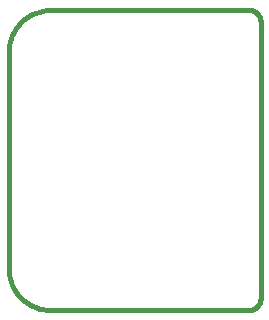
<source format=gbr>
G04 (created by PCBNEW-RS274X (2011-05-25)-stable) date Fri 14 Sep 2012 10:37:43 PM EDT*
G01*
G70*
G90*
%MOIN*%
G04 Gerber Fmt 3.4, Leading zero omitted, Abs format*
%FSLAX34Y34*%
G04 APERTURE LIST*
%ADD10C,0.006000*%
%ADD11C,0.015000*%
G04 APERTURE END LIST*
G54D10*
G54D11*
X60000Y-45100D02*
X66500Y-45100D01*
X66900Y-35500D02*
X66900Y-44700D01*
X60000Y-35100D02*
X66500Y-35100D01*
X66900Y-35500D02*
X66898Y-35466D01*
X66893Y-35431D01*
X66886Y-35397D01*
X66875Y-35364D01*
X66862Y-35331D01*
X66846Y-35301D01*
X66827Y-35271D01*
X66806Y-35243D01*
X66782Y-35218D01*
X66757Y-35194D01*
X66729Y-35173D01*
X66700Y-35154D01*
X66669Y-35138D01*
X66636Y-35125D01*
X66603Y-35114D01*
X66569Y-35107D01*
X66534Y-35102D01*
X66500Y-35100D01*
X66500Y-45100D02*
X66534Y-45098D01*
X66569Y-45093D01*
X66603Y-45086D01*
X66636Y-45075D01*
X66669Y-45062D01*
X66700Y-45046D01*
X66729Y-45027D01*
X66757Y-45006D01*
X66782Y-44982D01*
X66806Y-44957D01*
X66827Y-44929D01*
X66846Y-44899D01*
X66862Y-44869D01*
X66875Y-44836D01*
X66886Y-44803D01*
X66893Y-44769D01*
X66898Y-44734D01*
X66900Y-44700D01*
X58500Y-43800D02*
X58500Y-36400D01*
X58501Y-43800D02*
X58515Y-43921D01*
X58540Y-44041D01*
X58575Y-44159D01*
X58620Y-44272D01*
X58675Y-44382D01*
X58739Y-44486D01*
X58812Y-44584D01*
X58893Y-44676D01*
X58982Y-44760D01*
X59078Y-44836D01*
X59180Y-44903D01*
X59288Y-44962D01*
X59400Y-45010D01*
X59516Y-45049D01*
X59635Y-45077D01*
X59756Y-45095D01*
X59878Y-45102D01*
X60000Y-45099D01*
X60000Y-35101D02*
X59878Y-35098D01*
X59756Y-35105D01*
X59635Y-35123D01*
X59516Y-35151D01*
X59400Y-35190D01*
X59288Y-35238D01*
X59180Y-35297D01*
X59078Y-35364D01*
X58982Y-35440D01*
X58893Y-35524D01*
X58812Y-35616D01*
X58739Y-35714D01*
X58675Y-35818D01*
X58620Y-35928D01*
X58575Y-36041D01*
X58540Y-36159D01*
X58515Y-36279D01*
X58501Y-36400D01*
M02*

</source>
